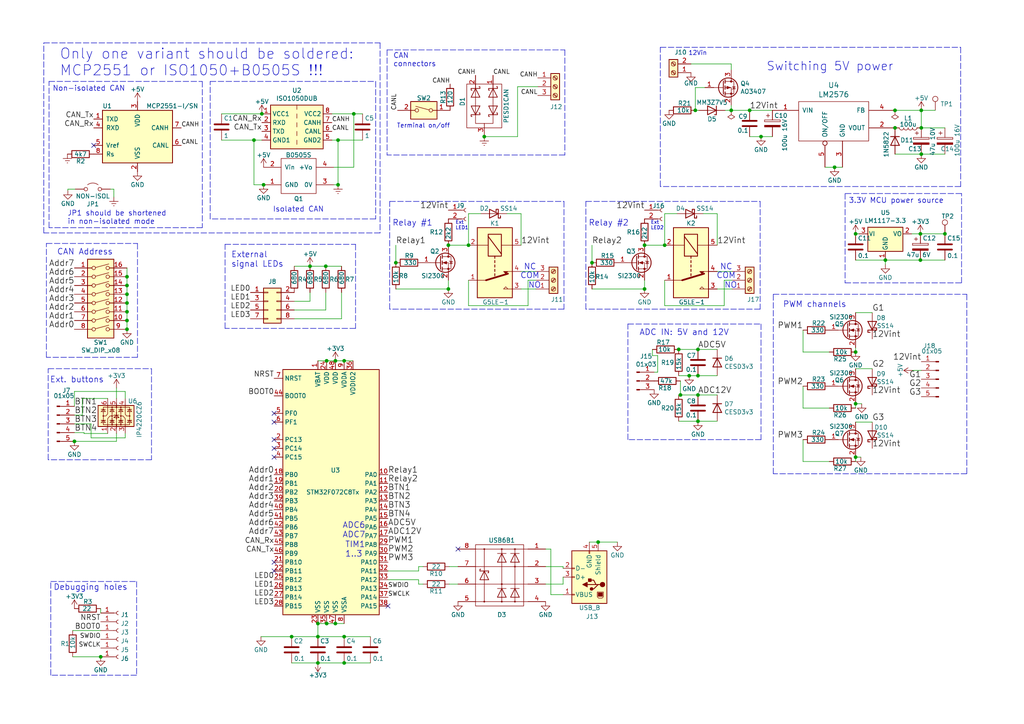
<source format=kicad_sch>
(kicad_sch (version 20231120) (generator "eeschema") (generator_version "8.0")
  (paper "A4")
  (title_block (title "STM32F0x2 based USB<>CAN converter (isolated)") (company "SAO RAS"))
  (junction (at 36.83 90.424))
  (junction (at 36.83 95.504))
  (junction (at 99.822 192.278))
  (junction (at 201.676 32.004))
  (junction (at 259.588 37.084))
  (junction (at 242.062 48.514))
  (junction (at 36.83 87.884))
  (junction (at 192.786 71.12))
  (junction (at 94.742 104.648))
  (junction (at 92.202 192.278))
  (junction (at 36.83 82.804))
  (junction (at 92.202 180.848))
  (junction (at 220.726 39.624))
  (junction (at 248.158 117.094))
  (junction (at 248.158 102.108))
  (junction (at 266.954 67.818))
  (junction (at 248.158 67.818))
  (junction (at 199.898 108.966))
  (junction (at 21.59 128.016))
  (junction (at 267.208 32.004))
  (junction (at 248.158 132.588))
  (junction (at 102.616 33.02))
  (junction (at 197.358 114.554))
  (junction (at 73.66 40.64))
  (junction (at 173.482 157.226))
  (junction (at 76.454 53.594))
  (junction (at 84.582 184.658))
  (junction (at 99.822 184.658))
  (junction (at 212.09 32.004))
  (junction (at 266.954 75.438))
  (junction (at 29.21 190.5))
  (junction (at 97.282 104.648))
  (junction (at 267.208 37.084))
  (junction (at 259.588 32.004))
  (junction (at 202.438 114.554))
  (junction (at 202.438 101.346))
  (junction (at 217.424 32.004))
  (junction (at 171.704 76.2))
  (junction (at 89.916 77.216))
  (junction (at 267.208 44.704))
  (junction (at 256.794 75.438))
  (junction (at 114.808 76.2))
  (junction (at 36.83 80.264))
  (junction (at 94.742 180.848))
  (junction (at 130.048 83.82))
  (junction (at 36.83 85.344))
  (junction (at 135.89 71.12))
  (junction (at 186.944 83.82))
  (junction (at 196.85 101.346))
  (junction (at 75.946 33.02))
  (junction (at 99.822 104.648))
  (junction (at 98.044 53.594))
  (junction (at 97.282 180.848))
  (junction (at 36.83 92.964))
  (junction (at 92.202 184.658))
  (junction (at 186.944 71.12))
  (junction (at 274.066 67.818))
  (junction (at 140.462 39.624))
  (junction (at 130.048 71.12))
  (junction (at 98.044 40.64))
  (junction (at 94.488 77.216))
  (junction (at 202.438 108.966))
  (junction (at 202.438 122.174))
  (no_connect (at 79.502 130.048))
  (no_connect (at 323.85 199.898))
  (no_connect (at 79.502 163.068))
  (no_connect (at 27.178 42.164))
  (no_connect (at 323.85 193.548))
  (no_connect (at 323.85 180.848))
  (no_connect (at 323.85 187.198))
  (no_connect (at 79.502 165.608))
  (no_connect (at 112.522 175.768))
  (no_connect (at 79.502 127.508))
  (no_connect (at 79.502 122.428))
  (no_connect (at 79.502 119.888))
  (no_connect (at 79.502 132.588))
  (no_connect (at 323.85 217.932))
  (no_connect (at 132.842 159.258))
  (no_connect (at 323.85 205.232))
  (no_connect (at 323.85 211.582))
  (wire (pts (xy 202.438 122.174) (xy 196.85 122.174)))
  (wire (pts (xy 155.956 25.146) (xy 150.114 25.146)))
  (wire (pts (xy 89.916 77.216) (xy 94.488 77.216)))
  (polyline (pts (xy 39.878 70.612) (xy 39.878 103.632)) (stroke (width 0) (type dash)))
  (wire (pts (xy 140.462 39.624) (xy 150.114 39.624)))
  (wire (pts (xy 256.794 76.708) (xy 256.794 75.438)))
  (wire (pts (xy 267.208 44.704) (xy 274.066 44.704)))
  (wire (pts (xy 200.406 18.542) (xy 212.09 18.542)))
  (wire (pts (xy 121.412 164.338) (xy 122.682 164.338)))
  (wire (pts (xy 92.202 184.658) (xy 92.202 180.848)))
  (wire (pts (xy 190.754 107.95) (xy 190.754 103.124)))
  (polyline (pts (xy 39.624 195.834) (xy 14.732 195.834)) (stroke (width 0) (type dash)))
  (wire (pts (xy 197.358 110.49) (xy 197.358 114.554)))
  (wire (pts (xy 153.162 81.28) (xy 153.162 88.646)))
  (polyline (pts (xy 163.83 44.958) (xy 112.268 44.958)) (stroke (width 0) (type dash)))
  (wire (pts (xy 202.438 101.346) (xy 208.026 101.346)))
  (polyline (pts (xy 163.576 89.662) (xy 113.03 89.662)) (stroke (width 0) (type dash)))
  (wire (pts (xy 26.416 122.936) (xy 26.416 127)))
  (wire (pts (xy 19.685 54.864) (xy 21.844 54.864)))
  (wire (pts (xy 196.85 101.346) (xy 202.438 101.346)))
  (polyline (pts (xy 169.926 89.662) (xy 169.926 58.42)) (stroke (width 0) (type dash)))
  (wire (pts (xy 36.83 85.344) (xy 36.83 87.884)))
  (polyline (pts (xy 13.97 133.35) (xy 13.97 106.934)) (stroke (width 0) (type dash)))
  (wire (pts (xy 94.742 180.848) (xy 97.282 180.848)))
  (wire (pts (xy 135.89 71.12) (xy 130.048 71.12)))
  (wire (pts (xy 36.322 127) (xy 36.322 125.73)))
  (wire (pts (xy 217.424 39.624) (xy 220.726 39.624)))
  (wire (pts (xy 163.322 164.846) (xy 163.322 164.338)))
  (wire (pts (xy 249.174 67.818) (xy 248.158 67.818)))
  (polyline (pts (xy 58.674 23.622) (xy 58.674 66.04)) (stroke (width 0) (type dash)))
  (wire (pts (xy 23.876 115.57) (xy 23.876 120.396)))
  (wire (pts (xy 202.438 122.174) (xy 208.026 122.174)))
  (polyline (pts (xy 108.966 63.5) (xy 60.96 63.5)) (stroke (width 0) (type dash)))
  (wire (pts (xy 274.066 67.818) (xy 266.954 67.818)))
  (wire (pts (xy 201.676 32.004) (xy 201.676 25.4)))
  (wire (pts (xy 155.448 81.28) (xy 153.162 81.28)))
  (wire (pts (xy 248.158 102.108) (xy 248.158 100.838)))
  (wire (pts (xy 76.454 53.594) (xy 73.66 53.594)))
  (wire (pts (xy 210.312 32.004) (xy 212.09 32.004)))
  (wire (pts (xy 84.582 192.278) (xy 92.202 192.278)))
  (wire (pts (xy 232.918 127.508) (xy 232.918 133.858)))
  (wire (pts (xy 96.774 48.514) (xy 102.616 48.514)))
  (wire (pts (xy 122.682 169.418) (xy 121.412 169.418)))
  (polyline (pts (xy 103.124 70.866) (xy 103.124 95.25)) (stroke (width 0) (type dash)))
  (wire (pts (xy 99.822 104.648) (xy 102.362 104.648)))
  (polyline (pts (xy 103.124 95.25) (xy 65.278 95.25)) (stroke (width 0) (type dash)))
  (polyline (pts (xy 278.638 13.716) (xy 278.638 54.102)) (stroke (width 0) (type dash)))
  (polyline (pts (xy 112.268 14.478) (xy 163.83 14.478)) (stroke (width 0) (type dash)))
  (wire (pts (xy 31.242 115.57) (xy 23.876 115.57)))
  (polyline (pts (xy 14.224 66.04) (xy 14.224 23.622)) (stroke (width 0) (type dash)))
  (wire (pts (xy 33.02 57.15) (xy 33.02 54.864)))
  (wire (pts (xy 33.782 128.016) (xy 33.782 125.73)))
  (wire (pts (xy 212.09 18.542) (xy 212.09 20.32)))
  (polyline (pts (xy 280.416 137.414) (xy 224.282 137.414)) (stroke (width 0) (type dash)))
  (polyline (pts (xy 163.83 14.478) (xy 163.83 44.958)) (stroke (width 0) (type dash)))
  (wire (pts (xy 159.766 172.466) (xy 159.766 159.258)))
  (wire (pts (xy 173.482 157.226) (xy 179.07 157.226)))
  (wire (pts (xy 264.668 107.442) (xy 267.208 107.442)))
  (wire (pts (xy 121.412 168.148) (xy 112.522 168.148)))
  (wire (pts (xy 85.344 77.216) (xy 89.916 77.216)))
  (wire (pts (xy 92.202 104.648) (xy 94.742 104.648)))
  (wire (pts (xy 21.59 113.538) (xy 36.322 113.538)))
  (polyline (pts (xy 110.236 67.564) (xy 12.7 67.564)) (stroke (width 0) (type dash)))
  (wire (pts (xy 97.282 180.848) (xy 99.822 180.848)))
  (wire (pts (xy 274.066 75.438) (xy 266.954 75.438)))
  (polyline (pts (xy 13.462 103.632) (xy 13.462 70.612)) (stroke (width 0) (type dash)))
  (wire (pts (xy 252.984 106.934) (xy 248.158 106.934)))
  (wire (pts (xy 171.704 83.82) (xy 186.944 83.82)))
  (wire (pts (xy 196.342 61.976) (xy 192.786 61.976)))
  (wire (pts (xy 135.89 88.646) (xy 135.89 81.28)))
  (polyline (pts (xy 182.118 93.98) (xy 220.726 93.98)) (stroke (width 0) (type dash)))
  (wire (pts (xy 208.026 78.74) (xy 212.344 78.74)))
  (wire (pts (xy 151.13 78.74) (xy 155.448 78.74)))
  (polyline (pts (xy 12.7 67.564) (xy 12.7 12.446)) (stroke (width 0) (type dash)))
  (polyline (pts (xy 278.892 82.042) (xy 278.892 56.134)) (stroke (width 0) (type dash)))
  (wire (pts (xy 135.89 61.976) (xy 135.89 71.12)))
  (wire (pts (xy 102.616 33.02) (xy 105.156 33.02)))
  (wire (pts (xy 208.026 61.976) (xy 203.962 61.976)))
  (wire (pts (xy 249.936 117.094) (xy 248.158 117.094)))
  (wire (pts (xy 212.09 32.004) (xy 217.424 32.004)))
  (wire (pts (xy 158.242 159.258) (xy 159.766 159.258)))
  (wire (pts (xy 244.348 48.514) (xy 242.062 48.514)))
  (polyline (pts (xy 113.03 58.42) (xy 163.576 58.42)) (stroke (width 0) (type dash)))
  (wire (pts (xy 114.808 76.2) (xy 114.808 71.12)))
  (polyline (pts (xy 224.282 137.414) (xy 224.282 85.344)) (stroke (width 0) (type dash)))
  (wire (pts (xy 202.438 108.966) (xy 208.026 108.966)))
  (wire (pts (xy 92.202 180.848) (xy 94.742 180.848)))
  (wire (pts (xy 73.66 53.594) (xy 73.66 40.64)))
  (polyline (pts (xy 220.472 58.42) (xy 220.472 89.662)) (stroke (width 0) (type dash)))
  (wire (pts (xy 267.208 32.004) (xy 259.588 32.004)))
  (polyline (pts (xy 110.236 12.446) (xy 110.236 67.564)) (stroke (width 0) (type dash)))
  (polyline (pts (xy 220.726 127.508) (xy 182.118 127.508)) (stroke (width 0) (type dash)))
  (wire (pts (xy 84.582 184.658) (xy 92.202 184.658)))
  (wire (pts (xy 264.414 67.818) (xy 266.954 67.818)))
  (polyline (pts (xy 65.278 95.25) (xy 65.278 70.866)) (stroke (width 0) (type dash)))
  (polyline (pts (xy 182.118 127.508) (xy 182.118 93.98)) (stroke (width 0) (type dash)))
  (wire (pts (xy 153.162 88.646) (xy 135.89 88.646)))
  (wire (pts (xy 202.438 108.966) (xy 199.898 108.966)))
  (wire (pts (xy 64.262 33.02) (xy 75.946 33.02)))
  (polyline (pts (xy 112.268 14.478) (xy 112.268 44.958)) (stroke (width 0) (type dash)))
  (wire (pts (xy 102.616 48.514) (xy 102.616 33.02)))
  (wire (pts (xy 89.916 87.376) (xy 89.916 84.836)))
  (wire (pts (xy 170.942 157.226) (xy 173.482 157.226)))
  (wire (pts (xy 210.058 88.646) (xy 192.786 88.646)))
  (wire (pts (xy 232.918 95.758) (xy 232.918 102.108)))
  (wire (pts (xy 232.918 112.014) (xy 232.918 118.364)))
  (wire (pts (xy 232.918 133.858) (xy 240.538 133.858)))
  (wire (pts (xy 36.83 90.424) (xy 36.83 92.964)))
  (wire (pts (xy 98.044 53.594) (xy 96.774 53.594)))
  (wire (pts (xy 94.742 104.648) (xy 97.282 104.648)))
  (wire (pts (xy 151.13 61.976) (xy 147.066 61.976)))
  (wire (pts (xy 163.322 169.418) (xy 163.322 167.386)))
  (wire (pts (xy 155.448 83.82) (xy 151.13 83.82)))
  (wire (pts (xy 121.412 165.608) (xy 121.412 164.338)))
  (wire (pts (xy 75.692 184.658) (xy 84.582 184.658)))
  (wire (pts (xy 121.412 169.418) (xy 121.412 168.148)))
  (wire (pts (xy 232.918 118.364) (xy 240.538 118.364)))
  (wire (pts (xy 29.21 176.53) (xy 29.21 177.8)))
  (polyline (pts (xy 191.516 13.716) (xy 278.638 13.716)) (stroke (width 0) (type dash)))
  (wire (pts (xy 189.23 103.124) (xy 189.23 101.346)))
  (wire (pts (xy 199.898 108.966) (xy 196.85 108.966)))
  (polyline (pts (xy 39.624 168.656) (xy 39.624 195.834)) (stroke (width 0) (type dash)))
  (polyline (pts (xy 169.926 58.42) (xy 220.472 58.42)) (stroke (width 0) (type dash)))
  (wire (pts (xy 274.066 37.084) (xy 267.208 37.084)))
  (wire (pts (xy 21.59 117.856) (xy 21.59 113.538)))
  (wire (pts (xy 36.83 80.264) (xy 36.83 82.804)))
  (wire (pts (xy 171.704 76.2) (xy 171.704 71.12)))
  (polyline (pts (xy 191.516 54.102) (xy 191.516 13.716)) (stroke (width 0) (type dash)))
  (wire (pts (xy 158.242 169.418) (xy 163.322 169.418)))
  (wire (pts (xy 73.66 40.64) (xy 75.946 40.64)))
  (wire (pts (xy 33.782 112.522) (xy 33.782 115.57)))
  (polyline (pts (xy 278.892 56.134) (xy 245.11 56.134)) (stroke (width 0) (type dash)))
  (wire (pts (xy 98.044 40.64) (xy 98.044 53.594)))
  (polyline (pts (xy 13.97 106.934) (xy 43.942 106.934)) (stroke (width 0) (type dash)))
  (polyline (pts (xy 220.726 93.98) (xy 220.726 127.508)) (stroke (width 0) (type dash)))
  (wire (pts (xy 85.344 89.916) (xy 94.488 89.916)))
  (wire (pts (xy 150.114 25.146) (xy 150.114 39.624)))
  (wire (pts (xy 21.59 128.016) (xy 33.782 128.016)))
  (wire (pts (xy 232.918 102.108) (xy 240.538 102.108)))
  (polyline (pts (xy 58.674 66.04) (xy 14.224 66.04)) (stroke (width 0) (type dash)))
  (polyline (pts (xy 13.462 70.612) (xy 39.878 70.612)) (stroke (width 0) (type dash)))
  (wire (pts (xy 202.438 114.554) (xy 208.026 114.554)))
  (wire (pts (xy 201.676 25.4) (xy 204.47 25.4)))
  (wire (pts (xy 217.424 32.004) (xy 224.028 32.004)))
  (wire (pts (xy 192.786 88.646) (xy 192.786 81.28)))
  (wire (pts (xy 36.83 77.724) (xy 36.83 80.264)))
  (polyline (pts (xy 14.732 168.656) (xy 39.624 168.656)) (stroke (width 0) (type dash)))
  (wire (pts (xy 202.692 32.004) (xy 201.676 32.004)))
  (wire (pts (xy 112.522 165.608) (xy 121.412 165.608)))
  (wire (pts (xy 220.726 39.624) (xy 224.028 39.624)))
  (wire (pts (xy 26.416 127) (xy 36.322 127)))
  (wire (pts (xy 64.262 40.64) (xy 73.66 40.64)))
  (polyline (pts (xy 43.942 106.934) (xy 43.942 133.35)) (stroke (width 0) (type dash)))
  (wire (pts (xy 92.202 184.658) (xy 99.822 184.658)))
  (polyline (pts (xy 12.7 12.446) (xy 110.236 12.446)) (stroke (width 0) (type dash)))
  (polyline (pts (xy 278.638 54.102) (xy 191.516 54.102)) (stroke (width 0) (type dash)))
  (wire (pts (xy 31.242 125.73) (xy 24.384 125.73)))
  (wire (pts (xy 114.808 83.82) (xy 130.048 83.82)))
  (wire (pts (xy 212.344 81.28) (xy 210.058 81.28)))
  (wire (pts (xy 94.488 89.916) (xy 94.488 84.836)))
  (wire (pts (xy 96.266 40.64) (xy 98.044 40.64)))
  (wire (pts (xy 212.344 83.82) (xy 208.026 83.82)))
  (wire (pts (xy 192.786 71.12) (xy 186.944 71.12)))
  (polyline (pts (xy 14.732 195.834) (xy 14.732 168.656)) (stroke (width 0) (type dash)))
  (wire (pts (xy 252.984 90.678) (xy 248.158 90.678)))
  (polyline (pts (xy 163.576 58.42) (xy 163.576 89.662)) (stroke (width 0) (type dash)))
  (wire (pts (xy 107.442 192.278) (xy 99.822 192.278)))
  (polyline (pts (xy 60.96 63.5) (xy 60.96 23.622)) (stroke (width 0) (type dash)))
  (polyline (pts (xy 39.878 103.632) (xy 13.462 103.632)) (stroke (width 0) (type dash)))
  (polyline (pts (xy 60.96 23.622) (xy 108.966 23.622)) (stroke (width 0) (type dash)))
  (wire (pts (xy 19.685 55.245) (xy 19.685 54.864)))
  (wire (pts (xy 36.83 87.884) (xy 36.83 90.424)))
  (wire (pts (xy 85.344 87.376) (xy 89.916 87.376)))
  (polyline (pts (xy 224.282 85.344) (xy 280.416 85.344)) (stroke (width 0) (type dash)))
  (polyline (pts (xy 113.03 89.662) (xy 113.03 58.42)) (stroke (width 0) (type dash)))
  (wire (pts (xy 97.282 104.648) (xy 99.822 104.648)))
  (polyline (pts (xy 43.942 133.35) (xy 13.97 133.35)) (stroke (width 0) (type dash)))
  (wire (pts (xy 130.302 164.338) (xy 132.842 164.338)))
  (wire (pts (xy 163.322 172.466) (xy 159.766 172.466)))
  (wire (pts (xy 248.158 75.438) (xy 256.794 75.438)))
  (wire (pts (xy 36.322 113.538) (xy 36.322 115.57)))
  (wire (pts (xy 21.59 125.476) (xy 24.384 125.476)))
  (wire (pts (xy 21.082 190.5) (xy 29.21 190.5)))
  (polyline (pts (xy 14.224 23.622) (xy 58.674 23.622)) (stroke (width 0) (type dash)))
  (wire (pts (xy 99.822 184.658) (xy 107.442 184.658)))
  (wire (pts (xy 33.02 54.864) (xy 32.004 54.864)))
  (wire (pts (xy 212.09 32.004) (xy 212.09 30.48)))
  (wire (pts (xy 99.06 92.456) (xy 85.344 92.456)))
  (wire (pts (xy 36.83 92.964) (xy 36.83 95.504)))
  (wire (pts (xy 26.416 122.936) (xy 21.59 122.936)))
  (wire (pts (xy 130.048 83.82) (xy 130.048 81.28)))
  (polyline (pts (xy 245.11 56.134) (xy 245.11 82.042)) (stroke (width 0) (type dash)))
  (wire (pts (xy 271.272 32.004) (xy 267.208 32.004)))
  (polyline (pts (xy 220.472 89.662) (xy 169.926 89.662)) (stroke (width 0) (type dash)))
  (wire (pts (xy 29.21 182.88) (xy 21.082 182.88)))
  (wire (pts (xy 96.266 33.02) (xy 102.616 33.02)))
  (wire (pts (xy 210.058 81.28) (xy 210.058 88.646)))
  (wire (pts (xy 94.488 77.216) (xy 99.06 77.216)))
  (wire (pts (xy 248.158 133.858) (xy 248.158 132.588)))
  (wire (pts (xy 24.384 125.73) (xy 24.384 125.476)))
  (wire (pts (xy 256.794 75.438) (xy 266.954 75.438)))
  (polyline (pts (xy 245.11 82.042) (xy 278.892 82.042)) (stroke (width 0) (type dash)))
  (wire (pts (xy 36.83 82.804) (xy 36.83 85.344)))
  (wire (pts (xy 189.738 107.95) (xy 190.754 107.95)))
  (wire (pts (xy 186.944 83.82) (xy 186.944 81.28)))
  (wire (pts (xy 190.754 103.124) (xy 189.23 103.124)))
  (wire (pts (xy 249.682 132.588) (xy 248.158 132.588)))
  (wire (pts (xy 242.062 48.514) (xy 239.268 48.514)))
  (wire (pts (xy 252.984 122.428) (xy 248.158 122.428)))
  (polyline (pts (xy 280.416 85.344) (xy 280.416 137.414)) (stroke (width 0) (type dash)))
  (wire (pts (xy 99.06 84.836) (xy 99.06 92.456)))
  (wire (pts (xy 197.358 114.554) (xy 202.438 114.554)))
  (wire (pts (xy 92.202 192.278) (xy 99.822 192.278)))
  (wire (pts (xy 248.158 118.364) (xy 248.158 117.094)))
  (wire (pts (xy 163.322 164.338) (xy 158.242 164.338)))
  (wire (pts (xy 139.446 61.976) (xy 135.89 61.976)))
  (wire (pts (xy 267.208 44.704) (xy 259.588 44.704)))
  (wire (pts (xy 132.842 169.418) (xy 130.302 169.418)))
  (polyline (pts (xy 65.278 70.866) (xy 103.124 70.866)) (stroke (width 0) (type dash)))
  (wire (pts (xy 208.026 71.12) (xy 208.026 61.976)))
  (polyline (pts (xy 108.966 23.622) (xy 108.966 63.5)) (stroke (width 0) (type dash)))
  (wire (pts (xy 196.85 114.554) (xy 197.358 114.554)))
  (wire (pts (xy 267.208 37.084) (xy 267.208 32.004)))
  (wire (pts (xy 23.876 120.396) (xy 21.59 120.396)))
  (wire (pts (xy 105.156 40.64) (xy 98.044 40.64)))
  (wire (pts (xy 192.786 61.976) (xy 192.786 71.12)))
  (wire (pts (xy 151.13 71.12) (xy 151.13 61.976)))
  (text "3.3V MCU power source" (at 246.126 59.182 0) (effects (font (size 1.524 1.524)) (justify left bottom)))
  (text "NO" (at 210.058 83.82 0) (effects (font (size 1.7018 1.7018)) (justify left bottom)))
  (text "Ext\nLED2" (at 188.722 66.802 0) (effects (font (size 0.9906 0.9906)) (justify left bottom)))
  (text "Relay #1" (at 113.792 65.786 0) (effects (font (size 1.7018 1.7018)) (justify left bottom)))
  (text "NC" (at 208.788 78.486 0) (effects (font (size 1.7018 1.7018)) (justify left bottom)))
  (text "Ext\nLED1" (at 132.08 66.802 0) (effects (font (size 0.9906 0.9906)) (justify left bottom)))
  (text "Isolated CAN" (at 93.98 61.722 0) (effects (font (size 1.524 1.524)) (justify right bottom)))
  (text "ADC6\nADC7" (at 99.314 156.21 0) (effects (font (size 1.7018 1.7018)) (justify left bottom)))
  (text "External\nsignal LEDs" (at 67.056 77.724 0) (effects (font (size 1.7018 1.7018)) (justify left bottom)))
  (text "CAN\nconnectors" (at 114.046 19.558 0) (effects (font (size 1.4986 1.4986)) (justify left bottom)))
  (text "NC" (at 151.892 78.486 0) (effects (font (size 1.7018 1.7018)) (justify left bottom)))
  (text "Ext. buttons" (at 14.478 111.252 0) (effects (font (size 1.7018 1.7018)) (justify left bottom)))
  (text "TIM1\n1..3" (at 100.076 161.798 0) (effects (font (size 1.7018 1.7018)) (justify left bottom)))
  (text "CAN Address" (at 16.51 74.168 0) (effects (font (size 1.7018 1.7018)) (justify left bottom)))
  (text "Relay #2" (at 170.688 65.786 0) (effects (font (size 1.7018 1.7018)) (justify left bottom)))
  (text "Non-isolated CAN" (at 36.322 26.67 0) (effects (font (size 1.524 1.524)) (justify right bottom)))
  (text "Debugging holes" (at 15.494 171.45 0) (effects (font (size 1.7018 1.7018)) (justify left bottom)))
  (text "COM" (at 150.876 81.026 0) (effects (font (size 1.7018 1.7018)) (justify left bottom)))
  (text "ADC IN: 5V and 12V" (at 185.42 97.536 0) (effects (font (size 1.7018 1.7018)) (justify left bottom)))
  (text "NO" (at 153.162 83.82 0) (effects (font (size 1.7018 1.7018)) (justify left bottom)))
  (text "Only one variant should be soldered:\nMCP2551 or ISO1050+B0505S !!!" (at 17.272 22.352 0) (effects (font (size 2.9972 2.9972)) (justify left bottom)))
  (text "PWM channels" (at 227.076 89.408 0) (effects (font (size 1.7018 1.7018)) (justify left bottom)))
  (text "JP1 should be shortened \nin non-isolated mode" (at 19.558 65.278 0) (effects (font (size 1.4986 1.4986)) (justify left bottom)))
  (text "Switching 5V power" (at 222.25 20.828 0) (effects (font (size 2.4892 2.4892)) (justify left bottom)))
  (text "12Vin" (at 199.644 16.256 0) (effects (font (size 1.27 1.27)) (justify left bottom)))
  (text "Terminal on/off" (at 115.062 37.338 0) (effects (font (size 1.27 1.27)) (justify left bottom)))
  (text "COM" (at 207.772 81.026 0) (effects (font (size 1.7018 1.7018)) (justify left bottom)))
  (label "SWDIO" (at 29.21 185.42 180))
  (label "ADC5V" (at 202.438 101.346 0) (effects (font (size 1.7018 1.7018))))
  (label "BTN3" (at 112.522 147.828 0) (effects (font (size 1.7018 1.7018))))
  (label "12Vint" (at 252.984 114.554 0) (effects (font (size 1.7018 1.7018))))
  (label "Addr3" (at 79.502 145.288 180) (effects (font (size 1.7018 1.7018))))
  (label "CANL" (at 155.956 27.686 180))
  (label "Relay1" (at 112.522 137.668 0) (effects (font (size 1.7018 1.7018))))
  (label "12Vint" (at 186.944 60.96 180) (effects (font (size 1.7018 1.7018))))
  (label "CANL" (at 115.316 32.004 90))
  (label "PWM1" (at 112.522 157.988 0) (effects (font (size 1.7018 1.7018))))
  (label "CANH" (at 137.922 21.844 180))
  (label "CAN_Rx" (at 27.178 37.084 180) (effects (font (size 1.524 1.524))))
  (label "LED3" (at 72.644 92.456 180) (effects (font (size 1.524 1.524))))
  (label "G2" (at 267.208 112.522 180) (effects (font (size 1.7018 1.7018))))
  (label "Addr1" (at 21.59 92.964 180) (effects (font (size 1.7018 1.7018))))
  (label "CANL" (at 96.266 38.1 0))
  (label "Addr7" (at 21.59 77.724 180) (effects (font (size 1.7018 1.7018))))
  (label "LED1" (at 79.502 170.688 180) (effects (font (size 1.524 1.524))))
  (label "PWM3" (at 112.522 163.068 0) (effects (font (size 1.7018 1.7018))))
  (label "G1" (at 267.208 109.982 180) (effects (font (size 1.7018 1.7018))))
  (label "ADC5V" (at 112.522 152.908 0) (effects (font (size 1.7018 1.7018))))
  (label "Addr0" (at 21.59 95.504 180) (effects (font (size 1.7018 1.7018))))
  (label "Addr6" (at 79.502 152.908 180) (effects (font (size 1.7018 1.7018))))
  (label "PWM2" (at 112.522 160.528 0) (effects (font (size 1.7018 1.7018))))
  (label "NRST" (at 79.502 109.728 180) (effects (font (size 1.524 1.524))))
  (label "PWM1" (at 232.918 95.758 180) (effects (font (size 1.7018 1.7018))))
  (label "Relay1" (at 114.808 71.12 0) (effects (font (size 1.7018 1.7018))))
  (label "12Vint" (at 208.026 71.12 0) (effects (font (size 1.7018 1.7018))))
  (label "Addr5" (at 21.59 82.804 180) (effects (font (size 1.7018 1.7018))))
  (label "G2" (at 252.984 106.934 0) (effects (font (size 1.7018 1.7018))))
  (label "Addr3" (at 21.59 87.884 180) (effects (font (size 1.7018 1.7018))))
  (label "BTN2" (at 112.522 145.288 0) (effects (font (size 1.7018 1.7018))))
  (label "12Vint" (at 252.984 98.298 0) (effects (font (size 1.7018 1.7018))))
  (label "PWM3" (at 232.918 127.508 180) (effects (font (size 1.7018 1.7018))))
  (label "CANL" (at 52.578 42.164 0))
  (label "LED3" (at 79.502 175.768 180) (effects (font (size 1.524 1.524))))
  (label "CAN_Tx" (at 75.946 38.1 180) (effects (font (size 1.524 1.524))))
  (label "PWM2" (at 232.918 112.014 180) (effects (font (size 1.7018 1.7018))))
  (label "Addr2" (at 21.59 90.424 180) (effects (font (size 1.7018 1.7018))))
  (label "SWDIO" (at 112.522 170.688 0))
  (label "BOOT0" (at 79.502 114.808 180) (effects (font (size 1.524 1.524))))
  (label "LED2" (at 79.502 173.228 180) (effects (font (size 1.524 1.524))))
  (label "CAN_Tx" (at 27.178 34.544 180) (effects (font (size 1.524 1.524))))
  (label "BTN4" (at 21.59 125.476 0) (effects (font (size 1.7018 1.7018))))
  (label "BTN2" (at 21.59 120.396 0) (effects (font (size 1.7018 1.7018))))
  (label "Addr7" (at 79.502 155.448 180) (effects (font (size 1.7018 1.7018))))
  (label "LED1" (at 72.644 87.376 180) (effects (font (size 1.524 1.524))))
  (label "BTN4" (at 112.522 150.368 0) (effects (font (size 1.7018 1.7018))))
  (label "G3" (at 252.984 122.428 0) (effects (font (size 1.7018 1.7018))))
  (label "CANL" (at 143.002 21.844 0))
  (label "CAN_Tx" (at 79.502 160.528 180) (effects (font (size 1.524 1.524))))
  (label "12Vint" (at 130.048 60.96 180) (effects (font (size 1.7018 1.7018))))
  (label "CANH" (at 96.266 35.56 0))
  (label "Addr1" (at 79.502 140.208 180) (effects (font (size 1.7018 1.7018))))
  (label "ADC12V" (at 202.438 114.554 0) (effects (font (size 1.7018 1.7018))))
  (label "G1" (at 252.984 90.678 0) (effects (font (size 1.7018 1.7018))))
  (label "Addr4" (at 21.59 85.344 180) (effects (font (size 1.7018 1.7018))))
  (label "BOOT0" (at 29.21 182.88 180) (effects (font (size 1.524 1.524))))
  (label "12Vint" (at 151.13 71.12 0) (effects (font (size 1.7018 1.7018))))
  (label "BTN1" (at 21.59 117.856 0) (effects (font (size 1.7018 1.7018))))
  (label "Relay2" (at 112.522 140.208 0) (effects (font (size 1.7018 1.7018))))
  (label "CANH" (at 52.578 37.084 0))
  (label "ADC12V" (at 112.522 155.448 0) (effects (font (size 1.7018 1.7018))))
  (label "SWCLK" (at 112.522 173.228 0))
  (label "CANH" (at 155.956 22.606 180))
  (label "NRST" (at 29.21 180.34 180) (effects (font (size 1.524 1.524))))
  (label "Relay2" (at 171.704 71.12 0) (effects (font (size 1.7018 1.7018))))
  (label "Addr6" (at 21.59 80.264 180) (effects (font (size 1.7018 1.7018))))
  (label "12Vint" (at 267.208 104.902 180) (effects (font (size 1.7018 1.7018))))
  (label "Addr2" (at 79.502 142.748 180) (effects (font (size 1.7018 1.7018))))
  (label "Addr0" (at 79.502 137.668 180) (effects (font (size 1.7018 1.7018))))
  (label "LED2" (at 72.644 89.916 180) (effects (font (size 1.524 1.524))))
  (label "LED0" (at 79.502 168.148 180) (effects (font (size 1.524 1.524))))
  (label "CAN_Rx" (at 79.502 157.988 180) (effects (font (size 1.524 1.524))))
  (label "12Vint" (at 252.984 130.048 0) (effects (font (size 1.7018 1.7018))))
  (label "Addr4" (at 79.502 147.828 180) (effects (font (size 1.7018 1.7018))))
  (label "LED0" (at 72.644 84.836 180) (effects (font (size 1.524 1.524))))
  (label "Addr5" (at 79.502 150.368 180) (effects (font (size 1.7018 1.7018))))
  (label "12Vint" (at 217.424 32.004 0) (effects (font (size 1.7018 1.7018))))
  (label "BTN1" (at 112.522 142.748 0) (effects (font (size 1.7018 1.7018))))
  (label "SWCLK" (at 29.21 187.96 180))
  (label "CAN_Rx" (at 75.946 35.56 180) (effects (font (size 1.524 1.524))))
  (label "CANH" (at 130.556 24.384 180))
  (label "BTN3" (at 21.59 122.936 0) (effects (font (size 1.7018 1.7018))))
  (label "G3" (at 267.208 115.062 180) (effects (font (size 1.7018 1.7018))))
  (symbol (lib_id "stm32-rescue:C") (at 84.582 188.468 0) (unit 1)
    (property "Reference" "C2" (at 85.217 185.928 0) (effects (justify left)))
    (property "Value" "0.1" (at 85.217 191.008 0) (effects (justify left)))
    (property "Footprint" "Capacitor_SMD:C_0603_1608Metric_Pad1.05x0.95mm_HandSolder" (effects (hide yes)))
  )
  (symbol (lib_id "stm32-rescue:MCP2551-I_SN") (at 39.878 39.624 0) (unit 1)
    (property "Reference" "U1" (at 29.718 30.734 0) (effects (justify left)))
    (property "Value" "MCP2551-I/SN" (at 42.418 30.734 0) (effects (justify left)))
    (property "Footprint" "Package_SO:SOIC-8_3.9x4.9mm_P1.27mm" (effects (hide yes)))
  )
  (symbol (lib_id "stm32-rescue:+5V") (at 248.158 67.818 0) (unit 1)
    (property "Reference" "#PWR033" (effects (hide yes)))
    (property "Value" "+5V" (at 248.158 64.262 0))
  )
  (symbol (lib_id "stm32-rescue:GND") (at 256.794 76.708 0) (unit 1)
    (property "Reference" "#PWR037" (effects (hide yes)))
    (property "Value" "GND" (at 256.794 80.518 0))
  )
  (symbol (lib_id "stm32-rescue:CP") (at 266.954 71.628 0) (unit 1)
    (property "Reference" "C12" (at 267.589 69.088 0) (effects (justify left)))
    (property "Value" "47u 6V" (at 262.89 73.914 0) (effects (justify left)))
    (property "Footprint" "Capacitor_Tantalum_SMD:CP_EIA-3216-18_Kemet-A_Pad1.58x1.35mm_HandSolder" (effects (hide yes)))
  )
  (symbol (lib_id "stm32-rescue:+3.3V") (at 266.954 67.818 0) (unit 1)
    (property "Reference" "#PWR039" (effects (hide yes)))
    (property "Value" "+3V3" (at 266.954 64.262 0))
  )
  (symbol (lib_id "elements:PESD1CAN") (at 143.002 29.464 270) (unit 1)
    (property "Reference" "D1" (at 134.112 29.464 0))
    (property "Value" "PESD1CAN" (at 146.812 30.734 0))
    (property "Footprint" "TO_SOT_Packages_SMD:SOT-23" (effects (hide yes)))
  )
  (symbol (lib_id "stm32-rescue:+5V") (at 39.878 29.464 0) (unit 1)
    (property "Reference" "#PWR07" (effects (hide yes)))
    (property "Value" "+5V" (at 39.878 25.908 0))
  )
  (symbol (lib_id "stm32-rescue:R") (at 23.368 44.704 270) (unit 1)
    (property "Reference" "R2" (at 23.368 46.736 90))
    (property "Value" "4k7" (at 23.368 44.704 90))
    (property "Footprint" "Resistor_SMD:R_0603_1608Metric_Pad1.05x0.95mm_HandSolder" (effects (hide yes)))
  )
  (symbol (lib_id "stm32-rescue:R") (at 130.556 28.194 180) (unit 1)
    (property "Reference" "R13" (at 128.524 28.194 90))
    (property "Value" "120" (at 130.556 28.194 90))
    (property "Footprint" "Resistor_SMD:R_1210_3225Metric_Pad1.42x2.65mm_HandSolder" (effects (hide yes)))
  )
  (symbol (lib_id "stm32-rescue:C") (at 92.202 188.468 0) (unit 1)
    (property "Reference" "C3" (at 92.837 185.928 0) (effects (justify left)))
    (property "Value" "0.1" (at 92.837 191.008 0) (effects (justify left)))
    (property "Footprint" "Capacitor_SMD:C_0603_1608Metric_Pad1.05x0.95mm_HandSolder" (effects (hide yes)))
  )
  (symbol (lib_id "stm32-rescue:C") (at 99.822 188.468 0) (unit 1)
    (property "Reference" "C4" (at 100.457 185.928 0) (effects (justify left)))
    (property "Value" "0.1" (at 100.457 191.008 0) (effects (justify left)))
    (property "Footprint" "Capacitor_SMD:C_0603_1608Metric_Pad1.05x0.95mm_HandSolder" (effects (hide yes)))
  )
  (symbol (lib_id "elements:USB6B1") (at 145.542 166.878 0) (mirror y) (unit 1)
    (property "Reference" "D3" (at 145.542 178.308 0))
    (property "Value" "USB6B1" (at 145.542 156.718 0))
    (property "Footprint" "Package_SO:SOIC-8_3.9x4.9mm_P1.27mm" (effects (hide yes)))
  )
  (symbol (lib_id "stm32-rescue:+3.3V") (at 92.202 192.278 180) (unit 1)
    (property "Reference" "#PWR015" (effects (hide yes)))
    (property "Value" "+3V3" (at 92.202 195.834 0))
  )
  (symbol (lib_id "stm32-rescue:GND") (at 75.692 184.658 0) (unit 1)
    (property "Reference" "#PWR010" (effects (hide yes)))
    (property "Value" "GND" (at 75.692 188.468 0))
  )
  (symbol (lib_id "stm32-rescue:GND") (at 132.842 174.498 0) (unit 1)
    (property "Reference" "#PWR019" (effects (hide yes)))
    (property "Value" "GND" (at 132.842 178.308 0))
  )
  (symbol (lib_id "stm32-rescue:C") (at 107.442 188.468 0) (unit 1)
    (property "Reference" "C6" (at 108.077 185.928 0) (effects (justify left)))
    (property "Value" "0.1" (at 108.077 191.008 0) (effects (justify left)))
    (property "Footprint" "Capacitor_SMD:C_0603_1608Metric_Pad1.05x0.95mm_HandSolder" (effects (hide yes)))
  )
  (symbol (lib_id "stm32-rescue:PWR_FLAG") (at 259.588 32.004 180) (unit 1)
    (property "Reference" "#FLG03" (effects (hide yes)))
    (property "Value" "PWR_FLAG" (effects (hide yes)))
  )
  (symbol (lib_id "stm32-rescue:GND") (at 158.242 174.498 0) (unit 1)
    (property "Reference" "#PWR021" (effects (hide yes)))
    (property "Value" "GND" (at 158.242 178.308 0))
  )
  (symbol (lib_id "stm32-rescue:CONN_01X01") (at 328.93 180.848 0) (unit 1)
    (property "Reference" "P1" (at 328.93 178.308 0))
    (property "Value" "Hole" (at 331.47 180.848 90))
    (property "Footprint" "my_footprints:Hole_3mm" (effects (hide yes)))
  )
  (symbol (lib_id "stm32-rescue:CONN_01X01") (at 328.93 187.198 0) (unit 1)
    (property "Reference" "P2" (at 328.93 184.658 0))
    (property "Value" "Hole" (at 331.47 187.198 90))
    (property "Footprint" "my_footprints:Hole_3mm" (effects (hide yes)))
  )
  (symbol (lib_id "stm32-rescue:CONN_01X01") (at 328.93 193.548 0) (unit 1)
    (property "Reference" "P3" (at 328.93 191.008 0))
    (property "Value" "Hole" (at 331.47 193.548 90))
    (property "Footprint" "my_footprints:Hole_3mm" (effects (hide yes)))
  )
  (symbol (lib_id "stm32-rescue:CONN_01X01") (at 328.93 199.898 0) (unit 1)
    (property "Reference" "P4" (at 328.93 197.358 0))
    (property "Value" "Hole" (at 331.47 199.898 90))
    (property "Footprint" "my_footprints:Hole_3mm" (effects (hide yes)))
  )
  (symbol (lib_id "stm32-rescue:R") (at 126.492 164.338 270) (unit 1)
    (property "Reference" "R10" (at 126.492 166.37 90))
    (property "Value" "22" (at 126.492 164.338 90))
    (property "Footprint" "Resistor_SMD:R_0603_1608Metric_Pad1.05x0.95mm_HandSolder" (effects (hide yes)))
  )
  (symbol (lib_id "stm32-rescue:R") (at 126.492 169.418 270) (unit 1)
    (property "Reference" "R11" (at 126.492 171.45 90))
    (property "Value" "22" (at 126.492 169.418 90))
    (property "Footprint" "Resistor_SMD:R_0603_1608Metric_Pad1.05x0.95mm_HandSolder" (effects (hide yes)))
  )
  (symbol (lib_id "Interface_CAN_LIN:ISO1050DUB") (at 86.106 35.56 0) (unit 1)
    (property "Reference" "U2" (at 86.106 26.2382 0))
    (property "Value" "ISO1050DUB" (at 86.106 28.5496 0))
    (property "Footprint" "Package_SO:SOP-8_6.62x9.15mm_P2.54mm" (effects (hide yes)))
    (property "Datasheet" "http://www.ti.com/lit/ds/symlink/iso1050.pdf" (effects (hide yes)))
  )
  (symbol (lib_id "elements:B0505S") (at 86.614 51.054 0) (unit 1)
    (property "Reference" "Q1" (at 86.614 57.658 0))
    (property "Value" "B0505S" (at 86.614 44.958 0))
    (property "Footprint" "my_footprints:B0x0xS" (effects (hide yes)))
  )
  (symbol (lib_id "Connector:USB_B") (at 170.942 167.386 180) (unit 1)
    (property "Reference" "J13" (at 169.926 178.816 0) (effects (justify right)))
    (property "Value" "USB_B" (at 167.894 176.276 0) (effects (justify right)))
    (property "Footprint" "Connectors_USB:USB_B_OST_USB-B1HSxx_Horizontal" (effects (hide yes)))
    (property "Datasheet" " ~" (effects (hide yes)))
  )
  (symbol (lib_id "stm32-rescue:GND") (at 179.07 157.226 0) (unit 1)
    (property "Reference" "#PWR024" (effects (hide yes)))
    (property "Value" "GND" (at 179.07 161.036 0))
  )
  (symbol (lib_id "MCU_ST_STM32F0:STM32F072C8Tx") (at 97.282 142.748 0) (unit 1)
    (property "Reference" "U3" (at 97.282 136.398 0))
    (property "Value" "STM32F072C8Tx" (at 96.52 142.748 0))
    (property "Footprint" "Package_QFP:LQFP-48_7x7mm_P0.5mm" (effects (hide yes)))
    (property "Datasheet" "http://www.st.com/st-web-ui/static/active/en/resource/technical/document/datasheet/DM00090510.pdf" (effects (hide yes)))
  )
  (symbol (lib_id "stm32-rescue:+3.3V") (at 97.282 104.648 0) (unit 1)
    (property "Reference" "#PWR016" (effects (hide yes)))
    (property "Value" "+3V3" (at 97.282 101.092 0))
  )
  (symbol (lib_id "Connector:Screw_Terminal_01x03") (at 161.036 25.146 0) (unit 1)
    (property "Reference" "J12" (at 159.512 30.988 0) (effects (justify left)))
    (property "Value" "Screw_Terminal_01x03" (effects (hide yes)))
    (property "Footprint" "TerminalBlock_Phoenix:TerminalBlock_Phoenix_MKDS-1,5-3_1x03_P5.00mm_Horizontal" (effects (hide yes)))
  )
  (symbol (lib_id "stm32-rescue:C") (at 274.066 71.628 0) (unit 1)
    (property "Reference" "C15" (at 274.701 69.088 0) (effects (justify left)))
    (property "Value" "0.1" (at 274.701 74.168 0) (effects (justify left)))
    (property "Footprint" "Capacitor_SMD:C_0603_1608Metric_Pad1.05x0.95mm_HandSolder" (effects (hide yes)))
  )
  (symbol (lib_id "Switch:SW_DIP_x01") (at 122.936 32.004 0) (mirror y) (unit 1)
    (property "Reference" "SW2" (at 122.936 28.448 0))
    (property "Value" "SW_DIP_x01" (effects (hide yes)))
    (property "Footprint" "Button_Switch_THT:SW_DIP_SPSTx01_Slide_6.7x4.1mm_W7.62mm_P2.54mm_LowProfile" (effects (hide yes)))
  )
  (symbol (lib_id "stm32-rescue:+5V") (at 76.454 48.514 0) (unit 1)
    (property "Reference" "#PWR012" (effects (hide yes)))
    (property "Value" "+5V" (at 76.454 44.958 0))
  )
  (symbol (lib_id "stm32-rescue:+5V") (at 75.946 33.02 0) (unit 1)
    (property "Reference" "#PWR011" (effects (hide yes)))
    (property "Value" "+5V" (at 75.946 29.464 0))
  )
  (symbol (lib_id "stm32-rescue:+5V") (at 267.208 32.004 0) (unit 1)
    (property "Reference" "#PWR040" (effects (hide yes)))
    (property "Value" "+5V" (at 267.208 28.448 0))
  )
  (symbol (lib_id "Regulator_Linear:LM1117-3.3") (at 256.794 67.818 0) (unit 1)
    (property "Reference" "U5" (at 256.794 61.6712 0))
    (property "Value" "LM1117-3.3" (at 256.794 63.9826 0))
    (property "Footprint" "TO_SOT_Packages_SMD:SOT-223-3_TabPin2" (effects (hide yes)))
    (property "Datasheet" "http://www.ti.com/lit/ds/symlink/lm1117.pdf" (effects (hide yes)))
  )
  (symbol (lib_id "stm32-rescue:C") (at 248.158 71.628 0) (unit 1)
    (property "Reference" "C11" (at 248.793 69.088 0) (effects (justify left)))
    (property "Value" "0.1" (at 248.793 74.168 0) (effects (justify left)))
    (property "Footprint" "Capacitor_SMD:C_0603_1608Metric_Pad1.05x0.95mm_HandSolder" (effects (hide yes)))
  )
  (symbol (lib_id "stm32-rescue:C") (at 105.156 36.83 0) (unit 1)
    (property "Reference" "C5" (at 105.791 34.29 0) (effects (justify left)))
    (property "Value" "1" (at 105.791 39.37 0) (effects (justify left)))
    (property "Footprint" "Capacitor_SMD:C_0805_2012Metric_Pad1.15x1.40mm_HandSolder" (effects (hide yes)))
  )
  (symbol (lib_id "stm32-rescue:C") (at 64.262 36.83 0) (unit 1)
    (property "Reference" "C1" (at 64.897 34.29 0) (effects (justify left)))
    (property "Value" "1" (at 64.897 39.37 0) (effects (justify left)))
    (property "Footprint" "Capacitor_SMD:C_0805_2012Metric_Pad1.15x1.40mm_HandSolder" (effects (hide yes)))
  )
  (symbol (lib_id "Jumper:Jumper_2_Open") (at 26.924 54.864 0) (unit 1) (exclude_from_sim yes)
    (property "Reference" "JP1" (at 26.924 59.182 0))
    (property "Value" "NON-ISOL" (at 26.924 56.896 0))
    (property "Footprint" "Resistor_THT:R_Axial_DIN0207_L6.3mm_D2.5mm_P5.08mm_Vertical" (effects (hide yes)))
    (property "Description" "Jumper, 2-pole, open" (effects (hide yes)))
  )
  (symbol (lib_id "stm32-rescue:GND") (at 19.685 55.245 0) (unit 1)
    (property "Reference" "#PWR01" (effects (hide yes)))
    (property "Value" "GND" (at 19.685 59.055 0))
  )
  (symbol (lib_id "power:Earth") (at 33.02 57.15 0) (unit 1)
    (property "Reference" "#PWR05" (effects (hide yes)))
    (property "Value" "Earth" (effects (hide yes)))
  )
  (symbol (lib_id "power:Earth") (at 19.558 44.704 0) (unit 1)
    (property "Reference" "#PWR02" (effects (hide yes)))
    (property "Value" "Earth" (effects (hide yes)))
  )
  (symbol (lib_id "power:Earth") (at 140.462 39.624 0) (unit 1)
    (property "Reference" "#PWR020" (effects (hide yes)))
    (property "Value" "Earth" (effects (hide yes)))
  )
  (symbol (lib_id "power:Earth") (at 98.044 53.594 0) (unit 1)
    (property "Reference" "#PWR017" (effects (hide yes)))
    (property "Value" "Earth" (effects (hide yes)))
  )
  (symbol (lib_id "stm32-rescue:GND") (at 76.454 53.594 0) (unit 1)
    (property "Reference" "#PWR013" (effects (hide yes)))
    (property "Value" "GND" (at 76.454 57.404 0))
  )
  (symbol (lib_id "stm32-rescue:GND") (at 39.878 49.784 0) (unit 1)
    (property "Reference" "#PWR08" (effects (hide yes)))
    (property "Value" "GND" (at 39.878 53.594 0))
  )
  (symbol (lib_id "Connector:Screw_Terminal_01x02") (at 195.326 21.082 180) (unit 1)
    (property "Reference" "J10" (at 197.4088 15.1638 0))
    (property "Value" "Screw_Terminal_01x02" (effects (hide yes)))
    (property "Footprint" "TerminalBlock_Phoenix:TerminalBlock_Phoenix_MKDS-1,5-2_1x02_P5.00mm_Horizontal" (effects (hide yes)))
  )
  (symbol (lib_id "Device:Q_PMOS_GSD") (at 209.55 25.4 0) (unit 1)
    (property "Reference" "Q4" (at 214.7316 24.2316 0) (effects (justify left)))
    (property "Value" "AO3407" (at 214.7316 26.543 0) (effects (justify left)))
    (property "Footprint" "TO_SOT_Packages_SMD:SOT-23_Handsoldering" (effects (hide yes)))
  )
  (symbol (lib_id "Device:D_Zener") (at 206.502 32.004 180) (unit 1)
    (property "Reference" "D5" (at 206.502 34.544 0))
    (property "Value" "MM3Z7V5" (at 206.502 29.718 0))
    (property "Footprint" "Diode_SMD:D_0805_2012Metric_Pad1.15x1.40mm_HandSolder" (effects (hide yes)))
  )
  (symbol (lib_id "Device:R") (at 197.866 32.004 270) (unit 1)
    (property "Reference" "R21" (at 196.596 29.972 90) (effects (justify left)))
    (property "Value" "10k" (at 196.342 32.004 90) (effects (justify left)))
    (property "Footprint" "Resistor_SMD:R_0603_1608Metric_Pad1.05x0.95mm_HandSolder" (effects (hide yes)))
  )
  (symbol (lib_id "stm32-rescue:GND") (at 194.056 32.004 0) (unit 1)
    (property "Reference" "#PWR027" (effects (hide yes)))
    (property "Value" "GND" (at 194.056 35.814 0))
  )
  (symbol (lib_id "Device:C_Polarized") (at 224.028 35.814 0) (unit 1)
    (property "Reference" "C10" (at 224.536 33.528 0) (effects (justify left)))
    (property "Value" "100u 16V" (at 227.584 43.942 90) (effects (justify left)))
    (property "Footprint" "Capacitor_THT:CP_Radial_D8.0mm_P3.50mm" (effects (hide yes)))
  )
  (symbol (lib_id "Device:C") (at 217.424 35.814 0) (unit 1)
    (property "Reference" "C9" (at 214.122 33.782 0) (effects (justify left)))
    (property "Value" "0.1" (at 213.868 37.846 0) (effects (justify left)))
    (property "Footprint" "Capacitor_SMD:C_0603_1608Metric_Pad1.05x0.95mm_HandSolder" (effects (hide yes)))
  )
  (symbol (lib_id "Device:C_Polarized") (at 267.208 40.894 0) (unit 1)
    (property "Reference" "C13" (at 263.398 43.18 0) (effects (justify left)))
    (property "Value" "47u 10V" (at 270.51 45.212 90) (effects (justify left)))
    (property "Footprint" "Capacitor_Tantalum_SMD:CP_EIA-6032-28_Kemet-C_Pad2.25x2.35mm_HandSolder" (effects (hide yes)))
  )
  (symbol (lib_id "vreg:LM2576") (at 241.808 34.544 0) (unit 1)
    (property "Reference" "U4" (at 241.808 24.7142 0) (effects (font (size 1.524 1.524))))
    (property "Value" "LM2576" (at 241.808 27.4066 0) (effects (font (size 1.524 1.524))))
    (property "Footprint" "TO_SOT_Packages_THT:TO-220-5_P3.4x3.7mm_StaggerEven_Lead3.8mm_Vertical" (effects (hide yes)))
    (property "Manufacturer" "Texas Instruments" (effects (hide yes)))
  )
  (symbol (lib_id "Device:D") (at 259.588 40.894 270) (unit 1)
    (property "Reference" "D11" (at 261.112 40.64 90) (effects (justify left)))
    (property "Value" "1N5822" (at 257.048 38.1 0) (effects (justify left)))
    (property "Footprint" "Diode_THT:D_DO-201_P3.81mm_Vertical_AnodeUp" (effects (hide yes)))
  )
  (symbol (lib_id "Device:L") (at 263.398 37.084 270) (unit 1)
    (property "Reference" "L1" (at 263.398 34.29 90))
    (property "Value" "100u" (at 263.398 36.068 90))
    (property "Footprint" "Inductor_SMD:L_12x12mm_H4.5mm" (effects (hide yes)))
  )
  (symbol (lib_id "stm32-rescue:GND") (at 242.062 48.514 0) (unit 1)
    (property "Reference" "#PWR032" (effects (hide yes)))
    (property "Value" "GND" (at 242.062 52.324 0))
  )
  (symbol (lib_id "stm32-rescue:GND") (at 267.208 44.704 0) (unit 1)
    (property "Reference" "#PWR041" (effects (hide yes)))
    (property "Value" "GND" (at 267.208 48.514 0))
  )
  (symbol (lib_id "stm32-rescue:GND") (at 220.726 39.624 0) (unit 1)
    (property "Reference" "#PWR031" (effects (hide yes)))
    (property "Value" "GND" (at 220.726 43.434 0))
  )
  (symbol (lib_id "Device:R") (at 21.082 186.69 0) (unit 1)
    (property "Reference" "R1" (at 17.526 186.69 0) (effects (justify left)))
    (property "Value" "10k" (at 21.082 188.214 90) (effects (justify left)))
    (property "Footprint" "Resistor_SMD:R_0603_1608Metric_Pad1.05x0.95mm_HandSolder" (effects (hide yes)))
  )
  (symbol (lib_id "Connector:Conn_01x01_Female") (at 34.29 177.8 0) (unit 1)
    (property "Reference" "J1" (at 35.0012 178.308 0) (effects (justify left)))
    (property "Value" "+3.3V" (effects (hide yes)))
    (property "Footprint" "Connector_PinHeader_2.54mm:PinHeader_1x01_P2.54mm_Vertical" (effects (hide yes)))
  )
  (symbol (lib_id "Connector:Conn_01x01_Female") (at 34.29 180.34 0) (unit 1)
    (property "Reference" "J2" (at 35.0012 180.848 0) (effects (justify left)))
    (property "Value" "NRST" (effects (hide yes)))
    (property "Footprint" "Connector_PinHeader_2.54mm:PinHeader_1x01_P2.54mm_Vertical" (effects (hide yes)))
  )
  (symbol (lib_id "Connector:Conn_01x01_Female") (at 34.29 182.88 0) (unit 1)
    (property "Reference" "J3" (at 35.0012 183.388 0) (effects (justify left)))
    (property "Value" "BOOT0" (effects (hide yes)))
    (property "Footprint" "Connector_PinHeader_2.54mm:PinHeader_1x01_P2.54mm_Vertical" (effects (hide yes)))
  )
  (symbol (lib_id "Connector:Conn_01x01_Female") (at 34.29 185.42 0) (unit 1)
    (property "Reference" "J4" (at 35.0012 185.928 0) (effects (justify left)))
    (property "Value" "SWDIO" (effects (hide yes)))
    (property "Footprint" "Connector_PinHeader_2.54mm:PinHeader_1x01_P2.54mm_Vertical" (effects (hide yes)))
  )
  (symbol (lib_id "Device:R") (at 25.4 176.53 270) (unit 1)
    (property "Reference" "R3" (at 24.13 174.498 90) (effects (justify left)))
    (property "Value" "22" (at 23.876 176.53 90) (effects (justify left)))
    (property "Footprint" "Resistor_SMD:R_0603_1608Metric_Pad1.05x0.95mm_HandSolder" (effects (hide yes)))
  )
  (symbol (lib_id "stm32-rescue:+3.3V") (at 21.59 176.53 0) (unit 1)
    (property "Reference" "#PWR03" (effects (hide yes)))
    (property "Value" "+3V3" (at 21.59 172.974 0))
  )
  (symbol (lib_id "stm32-rescue:GND") (at 29.21 190.5 0) (unit 1)
    (property "Reference" "#PWR04" (effects (hide yes)))
    (property "Value" "GND" (at 29.21 194.31 0))
  )
  (symbol (lib_id "Connector:Conn_01x01_Female") (at 34.29 187.96 0) (unit 1)
    (property "Reference" "J5" (at 35.0012 188.468 0) (effects (justify left)))
    (property "Value" "SWCLK" (effects (hide yes)))
    (property "Footprint" "Connector_PinHeader_2.54mm:PinHeader_1x01_P2.54mm_Vertical" (effects (hide yes)))
  )
  (symbol (lib_id "Connector:Conn_01x01_Female") (at 34.29 190.5 0) (unit 1)
    (property "Reference" "J6" (at 35.0012 191.008 0) (effects (justify left)))
    (property "Value" "GND" (effects (hide yes)))
    (property "Footprint" "Connector_PinHeader_2.54mm:PinHeader_1x01_P2.54mm_Vertical" (effects (hide yes)))
  )
  (symbol (lib_id "Device:Q_NMOS_GSD") (at 127.508 76.2 0) (unit 1)
    (property "Reference" "Q2" (at 124.714 72.898 0) (effects (justify left)))
    (property "Value" "SI2300" (at 122.174 80.01 0) (effects (justify left)))
    (property "Footprint" "TO_SOT_Packages_SMD:SOT-23_Handsoldering" (effects (hide yes)))
  )
  (symbol (lib_id "Device:R") (at 114.808 80.01 180) (unit 1)
    (property "Reference" "R8" (at 118.364 80.01 0) (effects (justify left)))
    (property "Value" "10k" (at 114.808 78.486 90) (effects (justify left)))
    (property "Footprint" "Resistor_SMD:R_0603_1608Metric_Pad1.05x0.95mm_HandSolder" (effects (hide yes)))
  )
  (symbol (lib_id "Device:R") (at 118.618 76.2 270) (unit 1)
    (property "Reference" "R9" (at 117.348 74.168 90) (effects (justify left)))
    (property "Value" "330" (at 117.094 76.2 90) (effects (justify left)))
    (property "Footprint" "Resistor_SMD:R_0603_1608Metric_Pad1.05x0.95mm_HandSolder" (effects (hide yes)))
  )
  (symbol (lib_id "stm32-rescue:GND") (at 130.048 83.82 0) (unit 1)
    (property "Reference" "#PWR018" (effects (hide yes)))
    (property "Value" "GND" (at 130.048 87.63 0))
  )
  (symbol (lib_id "Relay:G5LE-1") (at 143.51 76.2 270) (unit 1)
    (property "Reference" "K1" (at 143.51 64.77 90))
    (property "Value" "G5LE-1" (at 143.764 87.63 90))
    (property "Footprint" "Relay_THT:Relay_SPDT_SANYOU_SRD_Series_Form_C" (effects (hide yes)))
    (property "Datasheet" "http://www.omron.com/ecb/products/pdf/en-g5le.pdf" (effects (hide yes)))
  )
  (symbol (lib_id "Connector:Screw_Terminal_01x03") (at 160.528 81.28 0) (mirror x) (unit 1)
    (property "Reference" "J11" (at 159.766 86.868 0) (effects (justify left)))
    (property "Value" "Screw_Terminal_01x03" (effects (hide yes)))
    (property "Footprint" "TerminalBlock_Phoenix:TerminalBlock_Phoenix_MKDS-1,5-3_1x03_P5.00mm_Horizontal" (effects (hide yes)))
  )
  (symbol (lib_id "Device:D_Schottky") (at 143.256 61.976 180) (unit 1)
    (property "Reference" "D2" (at 140.462 60.452 0))
    (property "Value" "SS14" (at 147.574 60.452 0))
    (property "Footprint" "Diode_SMD:D_SMA-SMB_Universal_Handsoldering" (effects (hide yes)))
  )
  (symbol (lib_id "Device:Q_NMOS_GSD") (at 184.404 76.2 0) (unit 1)
    (property "Reference" "Q3" (at 181.61 72.898 0) (effects (justify left)))
    (property "Value" "SI2300" (at 179.07 80.01 0) (effects (justify left)))
    (property "Footprint" "TO_SOT_Packages_SMD:SOT-23_Handsoldering" (effects (hide yes)))
  )
  (symbol (lib_id "Device:R") (at 171.704 80.01 180) (unit 1)
    (property "Reference" "R14" (at 176.53 80.264 0) (effects (justify left)))
    (property "Value" "10k" (at 171.704 78.486 90) (effects (justify left)))
    (property "Footprint" "Resistor_SMD:R_0603_1608Metric_Pad1.05x0.95mm_HandSolder" (effects (hide yes)))
  )
  (symbol (lib_id "Device:R") (at 175.514 76.2 270) (unit 1)
    (property "Reference" "R15" (at 174.244 74.168 90) (effects (justify left)))
    (property "Value" "330" (at 173.99 76.2 90) (effects (justify left)))
    (property "Footprint" "Resistor_SMD:R_0603_1608Metric_Pad1.05x0.95mm_HandSolder" (effects (hide yes)))
  )
  (symbol (lib_id "stm32-rescue:GND") (at 186.944 83.82 0) (unit 1)
    (property "Reference" "#PWR025" (effects (hide yes)))
    (property "Value" "GND" (at 186.944 87.63 0))
  )
  (symbol (lib_id "Relay:G5LE-1") (at 200.406 76.2 270) (unit 1)
    (property "Reference" "K2" (at 200.406 64.77 90))
    (property "Value" "G5LE-1" (at 200.66 87.63 90))
    (property "Footprint" "Relay_THT:Relay_SPDT_SANYOU_SRD_Series_Form_C" (effects (hide yes)))
    (property "Datasheet" "http://www.omron.com/ecb/products/pdf/en-g5le.pdf" (effects (hide yes)))
  )
  (symbol (lib_id "Connector:Screw_Terminal_01x03") (at 217.424 81.28 0) (mirror x) (unit 1)
    (property "Reference" "J17" (at 216.662 86.868 0) (effects (justify left)))
    (property "Value" "Screw_Terminal_01x03" (effects (hide yes)))
    (property "Footprint" "TerminalBlock_Phoenix:TerminalBlock_Phoenix_MKDS-1,5-3_1x03_P5.00mm_Horizontal" (effects (hide yes)))
  )
  (symbol (lib_id "Device:D_Schottky") (at 200.152 61.976 180) (unit 1)
    (property "Reference" "D4" (at 197.358 60.452 0))
    (property "Value" "SS14" (at 204.47 60.452 0))
    (property "Footprint" "Diode_SMD:D_SMA-SMB_Universal_Handsoldering" (effects (hide yes)))
  )
  (symbol (lib_id "Switch:SW_DIP_x08") (at 29.21 87.884 0) (unit 1)
    (property "Reference" "SW1" (at 29.21 99.314 0))
    (property "Value" "SW_DIP_x08" (at 29.21 101.6 0))
    (property "Footprint" "Button_Switch_THT:SW_DIP_SPSTx08_Slide_9.78x22.5mm_W7.62mm_P2.54mm" (effects (hide yes)))
  )
  (symbol (lib_id "stm32-rescue:GND") (at 36.83 95.504 0) (unit 1)
    (property "Reference" "#PWR06" (effects (hide yes)))
    (property "Value" "GND" (at 36.83 99.314 0))
  )
  (symbol (lib_id "stm32-rescue:PWR_FLAG") (at 212.09 32.004 180) (unit 1)
    (property "Reference" "#FLG02" (effects (hide yes)))
    (property "Value" "PWR_FLAG" (effects (hide yes)))
  )
  (symbol (lib_id "Connector:Conn_01x05_Male") (at 16.51 122.936 0) (unit 1)
    (property "Reference" "J7" (at 19.2532 113.2586 0))
    (property "Value" "01x05" (at 18.542 114.808 0))
    (property "Footprint" "Connector_PinHeader_2.54mm:PinHeader_1x05_P2.54mm_Vertical" (effects (hide yes)))
  )
  (symbol (lib_id "stm32-rescue:GND") (at 21.59 128.016 0) (unit 1)
    (property "Reference" "#PWR09" (effects (hide yes)))
    (property "Value" "GND" (at 21.59 131.826 0))
  )
  (symbol (lib_id "Device:D_Schottky") (at 252.984 94.488 90) (unit 1)
    (property "Reference" "D8" (at 255.524 92.202 90))
    (property "Value" "SS14" (at 256.794 94.488 90))
    (property "Footprint" "Diode_SMD:D_SMA-SMB_Universal_Handsoldering" (effects (hide yes)))
  )
  (symbol (lib_id "Device:Q_NMOS_GSD") (at 245.618 95.758 0) (unit 1)
    (property "Reference" "Q5" (at 242.062 93.98 0) (effects (justify left)))
    (property "Value" "SI2300" (at 240.538 91.948 0) (effects (justify left)))
    (property "Footprint" "TO_SOT_Packages_SMD:SOT-23_Handsoldering" (effects (hide yes)))
  )
  (symbol (lib_id "Device:R") (at 244.348 102.108 90) (unit 1)
    (property "Reference" "R25" (at 245.618 104.14 90) (effects (justify left)))
    (property "Value" "10k" (at 245.872 102.108 90) (effects (justify left)))
    (property "Footprint" "Resistor_SMD:R_0603_1608Metric_Pad1.05x0.95mm_HandSolder" (effects (hide yes)))
  )
  (symbol (lib_id "Device:R") (at 236.728 95.758 270) (unit 1)
    (property "Reference" "R22" (at 235.458 93.726 90) (effects (justify left)))
    (property "Value" "330" (at 235.204 95.758 90) (effects (justify left)))
    (property "Footprint" "Resistor_SMD:R_0603_1608Metric_Pad1.05x0.95mm_HandSolder" (effects (hide yes)))
  )
  (symbol (lib_id "Connector:Conn_01x05_Male") (at 272.288 109.982 0) (mirror y) (unit 1)
    (property "Reference" "J18" (at 269.5448 100.3046 0))
    (property "Value" "01x05" (at 270.256 101.854 0))
    (property "Footprint" "Connector_PinSocket_2.54mm:PinSocket_1x05_P2.54mm_Vertical" (effects (hide yes)))
  )
  (symbol (lib_id "stm32-rescue:+5V") (at 264.668 107.442 90) (unit 1)
    (property "Reference" "#PWR038" (effects (hide yes)))
    (property "Value" "+5V" (at 261.112 107.442 0))
  )
  (symbol (lib_id "Device:D_Schottky") (at 252.984 110.744 90) (unit 1)
    (property "Reference" "D9" (at 255.524 108.458 90))
    (property "Value" "SS14" (at 256.794 110.744 90))
    (property "Footprint" "Diode_SMD:D_SMA-SMB_Universal_Handsoldering" (effects (hide yes)))
  )
  (symbol (lib_id "Device:Q_NMOS_GSD") (at 245.618 112.014 0) (unit 1)
    (property "Reference" "Q6" (at 242.062 110.236 0) (effects (justify left)))
    (property "Value" "SI2300" (at 240.538 108.204 0) (effects (justify left)))
    (property "Footprint" "TO_SOT_Packages_SMD:SOT-23_Handsoldering" (effects (hide yes)))
  )
  (symbol (lib_id "Device:R") (at 244.348 118.364 90) (unit 1)
    (property "Reference" "R26" (at 245.618 120.396 90) (effects (justify left)))
    (property "Value" "10k" (at 245.872 118.364 90) (effects (justify left)))
    (property "Footprint" "Resistor_SMD:R_0603_1608Metric_Pad1.05x0.95mm_HandSolder" (effects (hide yes)))
  )
  (symbol (lib_id "Device:R") (at 236.728 112.014 270) (unit 1)
    (property "Reference" "R23" (at 235.458 109.982 90) (effects (justify left)))
    (property "Value" "330" (at 235.204 112.014 90) (effects (justify left)))
    (property "Footprint" "Resistor_SMD:R_0603_1608Metric_Pad1.05x0.95mm_HandSolder" (effects (hide yes)))
  )
  (symbol (lib_id "Device:D_Schottky") (at 252.984 126.238 90) (unit 1)
    (property "Reference" "D10" (at 255.524 123.952 90))
    (property "Value" "SS14" (at 256.794 126.238 90))
    (property "Footprint" "Diode_SMD:D_SMA-SMB_Universal_Handsoldering" (effects (hide yes)))
  )
  (symbol (lib_id "Device:Q_NMOS_GSD") (at 245.618 127.508 0) (unit 1)
    (property "Reference" "Q7" (at 242.062 125.73 0) (effects (justify left)))
    (property "Value" "SI2300" (at 240.538 123.698 0) (effects (justify left)))
    (property "Footprint" "TO_SOT_Packages_SMD:SOT-23_Handsoldering" (effects (hide yes)))
  )
  (symbol (lib_id "Device:R") (at 244.348 133.858 90) (unit 1)
    (property "Reference" "R27" (at 245.618 135.89 90) (effects (justify left)))
    (property "Value" "10k" (at 245.872 133.858 90) (effects (justify left)))
    (property "Footprint" "Resistor_SMD:R_0603_1608Metric_Pad1.05x0.95mm_HandSolder" (effects (hide yes)))
  )
  (symbol (lib_id "Device:R") (at 236.728 127.508 270) (unit 1)
    (property "Reference" "R24" (at 235.458 125.476 90) (effects (justify left)))
    (property "Value" "330" (at 235.204 127.508 90) (effects (justify left)))
    (property "Footprint" "Resistor_SMD:R_0603_1608Metric_Pad1.05x0.95mm_HandSolder" (effects (hide yes)))
  )
  (symbol (lib_id "Device:D") (at 208.026 105.156 270) (unit 1)
    (property "Reference" "D6" (at 210.058 103.9876 90) (effects (justify left)))
    (property "Value" "CESD3v3" (at 210.058 106.299 90) (effects (justify left)))
    (property "Footprint" "Diode_SMD:D_SOD-523" (effects (hide yes)))
  )
  (symbol (lib_id "Device:R") (at 196.85 105.156 180) (unit 1)
    (property "Reference" "R19" (at 195.58 105.156 0) (effects (justify left)))
    (property "Value" "15k" (at 196.85 103.632 90) (effects (justify left)))
    (property "Footprint" "Resistor_SMD:R_0603_1608Metric_Pad1.05x0.95mm_HandSolder" (effects (hide yes)))
  )
  (symbol (lib_id "Device:R") (at 193.04 101.346 90) (unit 1)
    (property "Reference" "R17" (at 194.31 99.314 90) (effects (justify left)))
    (property "Value" "10k" (at 194.564 101.346 90) (effects (justify left)))
    (property "Footprint" "Resistor_SMD:R_0603_1608Metric_Pad1.05x0.95mm_HandSolder" (effects (hide yes)))
  )
  (symbol (lib_id "Device:C") (at 202.438 105.156 0) (unit 1)
    (property "Reference" "C7" (at 199.136 103.124 0) (effects (justify left)))
    (property "Value" "0.1" (at 198.882 107.188 0) (effects (justify left)))
    (property "Footprint" "Capacitor_SMD:C_0603_1608Metric_Pad1.05x0.95mm_HandSolder" (effects (hide yes)))
  )
  (symbol (lib_id "Connector:Conn_01x03_Male") (at 184.658 110.49 0) (unit 1)
    (property "Reference" "J15" (at 187.4012 103.3526 0))
    (property "Value" "01x03" (at 187.4012 105.664 0))
    (property "Footprint" "Connector_PinSocket_2.54mm:PinSocket_1x03_P2.54mm_Vertical" (effects (hide yes)))
  )
  (symbol (lib_id "Device:D") (at 208.026 118.364 270) (unit 1)
    (property "Reference" "D7" (at 210.058 117.1956 90) (effects (justify left)))
    (property "Value" "CESD3v3" (at 210.058 119.507 90) (effects (justify left)))
    (property "Footprint" "Diode_SMD:D_SOD-523" (effects (hide yes)))
  )
  (symbol (lib_id "Device:R") (at 196.85 118.364 180) (unit 1)
    (property "Reference" "R20" (at 195.58 118.364 0) (effects (justify left)))
    (property "Value" "15k" (at 196.85 116.84 90) (effects (justify left)))
    (property "Footprint" "Resistor_SMD:R_0603_1608Metric_Pad1.05x0.95mm_HandSolder" (effects (hide yes)))
  )
  (symbol (lib_id "Device:C") (at 202.438 118.364 0) (unit 1)
    (property "Reference" "C8" (at 199.136 116.332 0) (effects (justify left)))
    (property "Value" "0.1" (at 198.882 120.396 0) (effects (justify left)))
    (property "Footprint" "Capacitor_SMD:C_0603_1608Metric_Pad1.05x0.95mm_HandSolder" (effects (hide yes)))
  )
  (symbol (lib_id "stm32-rescue:GND") (at 248.158 102.108 0) (unit 1)
    (property "Reference" "#PWR034" (effects (hide yes)))
    (property "Value" "GND" (at 248.158 105.918 0))
  )
  (symbol (lib_id "stm32-rescue:GND") (at 249.936 117.094 0) (unit 1)
    (property "Reference" "#PWR036" (effects (hide yes)))
    (property "Value" "GND" (at 249.936 120.904 0))
  )
  (symbol (lib_id "stm32-rescue:GND") (at 249.682 132.588 0) (unit 1)
    (property "Reference" "#PWR035" (effects (hide yes)))
    (property "Value" "GND" (at 249.682 136.398 0))
  )
  (symbol (lib_id "stm32-rescue:GND") (at 199.898 108.966 0) (unit 1)
    (property "Reference" "#PWR028" (effects (hide yes)))
    (property "Value" "GND" (at 199.898 112.776 0))
  )
  (symbol (lib_id "stm32-rescue:GND") (at 202.438 122.174 0) (unit 1)
    (property "Reference" "#PWR029" (effects (hide yes)))
    (property "Value" "GND" (at 202.438 125.984 0))
  )
  (symbol (lib_id "stm32-rescue:GND") (at 189.738 113.03 0) (unit 1)
    (property "Reference" "#PWR026" (effects (hide yes)))
    (property "Value" "GND" (at 189.738 116.84 0))
  )
  (symbol (lib_id "Device:R") (at 193.548 110.49 90) (unit 1)
    (property "Reference" "R18" (at 194.818 112.522 90) (effects (justify left)))
    (property "Value" "47k" (at 195.072 110.49 90) (effects (justify left)))
    (property "Footprint" "Resistor_SMD:R_0603_1608Metric_Pad1.05x0.95mm_HandSolder" (effects (hide yes)))
  )
  (symbol (lib_id "Device:R") (at 130.048 67.31 180) (unit 1)
    (property "Reference" "R12" (at 128.524 67.31 0) (effects (justify left)))
    (property "Value" "2k2" (at 130.048 65.786 90) (effects (justify left)))
    (property "Footprint" "Resistor_SMD:R_0603_1608Metric_Pad1.05x0.95mm_HandSolder" (effects (hide yes)))
  )
  (symbol (lib_id "Device:R") (at 186.944 67.31 180) (unit 1)
    (property "Reference" "R16" (at 185.674 67.31 0) (effects (justify left)))
    (property "Value" "2k2" (at 186.944 65.786 90) (effects (justify left)))
    (property "Footprint" "Resistor_SMD:R_0603_1608Metric_Pad1.05x0.95mm_HandSolder" (effects (hide yes)))
  )
  (symbol (lib_id "Connector:Conn_01x02_Female") (at 135.128 60.96 0) (unit 1)
    (property "Reference" "J9" (at 132.334 59.69 0) (effects (justify left)))
    (property "Value" "Conn_01x02_Female" (effects (hide yes)))
    (property "Footprint" "Connector_PinSocket_2.54mm:PinSocket_1x02_P2.54mm_Vertical" (effects (hide yes)))
  )
  (symbol (lib_id "Connector:Conn_01x02_Female") (at 192.024 60.96 0) (unit 1)
    (property "Reference" "J16" (at 189.23 59.69 0) (effects (justify left)))
    (property "Value" "Conn_01x02_Female" (effects (hide yes)))
    (property "Footprint" "Connector_PinSocket_2.54mm:PinSocket_1x02_P2.54mm_Vertical" (effects (hide yes)))
  )
  (symbol (lib_id "Device:R") (at 85.344 81.026 0) (unit 1)
    (property "Reference" "R4" (at 86.36 81.026 0) (effects (justify left)))
    (property "Value" "680" (at 85.344 82.55 90) (effects (justify left)))
    (property "Footprint" "Resistor_SMD:R_0603_1608Metric_Pad1.05x0.95mm_HandSolder" (effects (hide yes)))
  )
  (symbol (lib_id "Connector_Generic:Conn_02x04_Odd_Even") (at 77.724 87.376 0) (unit 1)
    (property "Reference" "J8" (at 78.994 81.661 0))
    (property "Value" "Connector_Generic:Conn_02x04_Odd_Even" (effects (hide yes)))
    (property "Footprint" "Connector_PinHeader_2.54mm:PinHeader_2x04_P2.54mm_Vertical" (effects (hide yes)))
  )
  (symbol (lib_id "Device:R") (at 89.916 81.026 0) (unit 1)
    (property "Reference" "R5" (at 90.932 81.026 0) (effects (justify left)))
    (property "Value" "680" (at 89.916 82.55 90) (effects (justify left)))
    (property "Footprint" "Resistor_SMD:R_0603_1608Metric_Pad1.05x0.95mm_HandSolder" (effects (hide yes)))
  )
  (symbol (lib_id "Device:R") (at 94.488 81.026 0) (unit 1)
    (property "Reference" "R6" (at 95.504 81.026 0) (effects (justify left)))
    (property "Value" "680" (at 94.488 82.55 90) (effects (justify left)))
    (property "Footprint" "Resistor_SMD:R_0603_1608Metric_Pad1.05x0.95mm_HandSolder" (effects (hide yes)))
  )
  (symbol (lib_id "Device:R") (at 99.06 81.026 0) (unit 1)
    (property "Reference" "R7" (at 100.076 81.026 0) (effects (justify left)))
    (property "Value" "680" (at 99.06 82.55 90) (effects (justify left)))
    (property "Footprint" "Resistor_SMD:R_0603_1608Metric_Pad1.05x0.95mm_HandSolder" (effects (hide yes)))
  )
  (symbol (lib_id "stm32-rescue:+5V") (at 89.916 77.216 0) (unit 1)
    (property "Reference" "#PWR014" (effects (hide yes)))
    (property "Value" "+5V" (at 89.916 73.66 0))
  )
  (symbol (lib_id "stm32-rescue:GND") (at 200.406 21.082 0) (unit 1)
    (property "Reference" "#PWR0101" (effects (hide yes)))
    (property "Value" "GND" (at 200.406 24.13 0))
  )
  (symbol (lib_id "Device:C_Polarized") (at 274.066 40.894 0) (unit 1)
    (property "Reference" "C14" (at 272.796 43.18 0) (effects (justify left)))
    (property "Value" "100u 16V" (at 277.622 45.466 90) (effects (justify left)))
    (property "Footprint" "Capacitor_THT:CP_Radial_D8.0mm_P3.50mm" (effects (hide yes)))
  )
  (symbol (lib_id "Connector:TestPoint") (at 271.272 32.004 0) (unit 1)
    (property "Reference" "TP1" (at 272.7452 30.1752 0) (effects (justify left)))
    (property "Value" "5V" (effects (hide yes)))
    (property "Footprint" "Connector_PinSocket_2.54mm:PinSocket_1x01_P2.54mm_Vertical" (effects (hide yes)))
  )
  (symbol (lib_id "Connector:TestPoint") (at 274.066 67.818 0) (unit 1)
    (property "Reference" "TP2" (at 273.05 62.738 0) (effects (justify left)))
    (property "Value" "3.3V" (effects (hide yes)))
    (property "Footprint" "Connector_PinSocket_2.54mm:PinSocket_1x01_P2.54mm_Vertical" (effects (hide yes)))
  )
  (symbol (lib_id "Power_Protection:NUP4202") (at 33.782 120.65 0) (unit 1)
    (property "Reference" "U6" (at 37.084 116.332 0) (effects (justify left)))
    (property "Value" "IP4220CZ6" (at 40.386 127 90) (effects (justify left)))
    (property "Footprint" "Package_SO:TSOP-6_1.65x3.05mm_P0.95mm" (effects (hide yes)))
    (property "Datasheet" "http://www.onsemi.com/pub_link/Collateral/NUP4202W1-D.PDF" (effects (hide yes)))
  )
  (symbol (lib_id "stm32-rescue:+3.3V") (at 33.782 112.522 0) (unit 1)
    (property "Reference" "#PWR022" (effects (hide yes)))
    (property "Value" "+3V3" (at 33.782 108.966 0))
  )
  (symbol (lib_id "stm32-rescue:CONN_01X01") (at 328.93 205.232 0) (unit 1)
    (property "Reference" "P5" (at 328.93 202.692 0))
    (property "Value" "Hole" (at 331.47 205.232 90))
    (property "Footprint" "my_footprints:Hole_3mm" (effects (hide yes)))
  )
  (symbol (lib_id "stm32-rescue:CONN_01X01") (at 328.93 211.582 0) (unit 1)
    (property "Reference" "P6" (at 328.93 209.042 0))
    (property "Value" "Hole" (at 331.47 211.582 90))
    (property "Footprint" "my_footprints:Hole_3mm" (effects (hide yes)))
  )
  (symbol (lib_id "stm32-rescue:CONN_01X01") (at 328.93 217.932 0) (unit 1)
    (property "Reference" "P7" (at 328.93 215.392 0))
    (property "Value" "Hole" (at 331.47 217.932 90))
    (property "Footprint" "my_footprints:Hole_3mm" (effects (hide yes)))
  )
)
</source>
